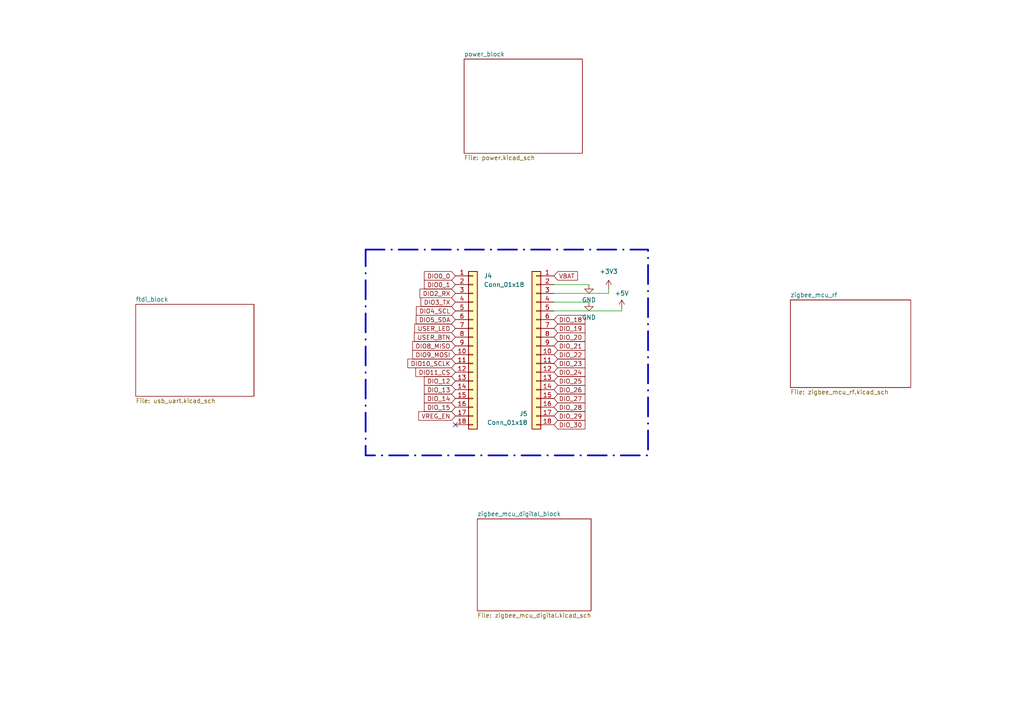
<source format=kicad_sch>
(kicad_sch (version 20230121) (generator eeschema)
  (paper "A4")
  (title_block (title "CC2652 Zigbee Coordinator/Breakout") (date "2023-12-29") (rev "v1") (company "Electrodonkey 2023") (comment 1 "MIT Licence"))
  (lib_symbols
    (symbol "Connector_Generic:Conn_01x18" (pin_names (offset 1.016) hide)
      (property "Reference" "J" (at 0 22.86 0))
      (property "Value" "Conn_01x18" (at 0 -25.4 0))
      (symbol "Conn_01x18_1_1"
        (rectangle (start -1.27 -22.733) (end 0 -22.987) (stroke (width 0.1524)))
        (rectangle (start -1.27 -20.193) (end 0 -20.447) (stroke (width 0.1524)))
        (rectangle (start -1.27 -17.653) (end 0 -17.907) (stroke (width 0.1524)))
        (rectangle (start -1.27 -15.113) (end 0 -15.367) (stroke (width 0.1524)))
        (rectangle (start -1.27 -12.573) (end 0 -12.827) (stroke (width 0.1524)))
        (rectangle (start -1.27 -10.033) (end 0 -10.287) (stroke (width 0.1524)))
        (rectangle (start -1.27 -7.493) (end 0 -7.747) (stroke (width 0.1524)))
        (rectangle (start -1.27 -4.953) (end 0 -5.207) (stroke (width 0.1524)))
        (rectangle (start -1.27 -2.413) (end 0 -2.667) (stroke (width 0.1524)))
        (rectangle (start -1.27 0.127) (end 0 -0.127) (stroke (width 0.1524)))
        (rectangle (start -1.27 2.667) (end 0 2.413) (stroke (width 0.1524)))
        (rectangle (start -1.27 5.207) (end 0 4.953) (stroke (width 0.1524)))
        (rectangle (start -1.27 7.747) (end 0 7.493) (stroke (width 0.1524)))
        (rectangle (start -1.27 10.287) (end 0 10.033) (stroke (width 0.1524)))
        (rectangle (start -1.27 12.827) (end 0 12.573) (stroke (width 0.1524)))
        (rectangle (start -1.27 15.367) (end 0 15.113) (stroke (width 0.1524)))
        (rectangle (start -1.27 17.907) (end 0 17.653) (stroke (width 0.1524)))
        (rectangle (start -1.27 20.447) (end 0 20.193) (stroke (width 0.1524)))
        (rectangle (start -1.27 21.59) (end 1.27 -24.13) (stroke (width 0.254)) (fill (type background)))
        (pin passive line (at -5.08 20.32 0) (length 3.81) (name "Pin_1") (number "1"))
        (pin passive line (at -5.08 -2.54 0) (length 3.81) (name "Pin_10") (number "10"))
        (pin passive line (at -5.08 -5.08 0) (length 3.81) (name "Pin_11") (number "11"))
        (pin passive line (at -5.08 -7.62 0) (length 3.81) (name "Pin_12") (number "12"))
        (pin passive line (at -5.08 -10.16 0) (length 3.81) (name "Pin_13") (number "13"))
        (pin passive line (at -5.08 -12.7 0) (length 3.81) (name "Pin_14") (number "14"))
        (pin passive line (at -5.08 -15.24 0) (length 3.81) (name "Pin_15") (number "15"))
        (pin passive line (at -5.08 -17.78 0) (length 3.81) (name "Pin_16") (number "16"))
        (pin passive line (at -5.08 -20.32 0) (length 3.81) (name "Pin_17") (number "17"))
        (pin passive line (at -5.08 -22.86 0) (length 3.81) (name "Pin_18") (number "18"))
        (pin passive line (at -5.08 17.78 0) (length 3.81) (name "Pin_2") (number "2"))
        (pin passive line (at -5.08 15.24 0) (length 3.81) (name "Pin_3") (number "3"))
        (pin passive line (at -5.08 12.7 0) (length 3.81) (name "Pin_4") (number "4"))
        (pin passive line (at -5.08 10.16 0) (length 3.81) (name "Pin_5") (number "5"))
        (pin passive line (at -5.08 7.62 0) (length 3.81) (name "Pin_6") (number "6"))
        (pin passive line (at -5.08 5.08 0) (length 3.81) (name "Pin_7") (number "7"))
        (pin passive line (at -5.08 2.54 0) (length 3.81) (name "Pin_8") (number "8"))
        (pin passive line (at -5.08 0 0) (length 3.81) (name "Pin_9") (number "9"))
      )
    )
    (symbol "power:+3V3" (power) (pin_names (offset 0))
      (property "Value" "+3V3" (at 0 3.556 0))
      (symbol "+3V3_0_1"
        (polyline (pts (xy -0.762 1.27) (xy 0 2.54)))
        (polyline (pts (xy 0 0) (xy 0 2.54)))
        (polyline (pts (xy 0 2.54) (xy 0.762 1.27)))
      )
      (symbol "+3V3_1_1"
        (pin power_in line (at 0 0 90) (length 0) hide (name "+3V3") (number "1"))
      )
    )
    (symbol "power:+5V" (power) (pin_names (offset 0))
      (property "Value" "+5V" (at 0 3.556 0))
      (symbol "+5V_0_1"
        (polyline (pts (xy -0.762 1.27) (xy 0 2.54)))
        (polyline (pts (xy 0 0) (xy 0 2.54)))
        (polyline (pts (xy 0 2.54) (xy 0.762 1.27)))
      )
      (symbol "+5V_1_1"
        (pin power_in line (at 0 0 90) (length 0) hide (name "+5V") (number "1"))
      )
    )
    (symbol "power:GND" (power) (pin_names (offset 0))
      (property "Value" "GND" (at 0 -3.81 0))
      (symbol "GND_0_1"
        (polyline (pts (xy 0 0) (xy 0 -1.27) (xy 1.27 -1.27) (xy 0 -2.54) (xy -1.27 -1.27) (xy 0 -1.27)))
      )
      (symbol "GND_1_1"
        (pin power_in line (at 0 0 270) (length 0) hide (name "GND") (number "1"))
      )
    )
  )
  (no_connect (at 132.08 123.19))
  (wire (pts (xy 176.53 83.82) (xy 176.53 85.09)))
  (wire (pts (xy 160.655 82.55) (xy 170.815 82.55)))
  (wire (pts (xy 160.655 85.09) (xy 176.53 85.09)))
  (wire (pts (xy 160.655 90.17) (xy 180.34 90.17)))
  (wire (pts (xy 180.34 89.535) (xy 180.34 90.17)))
  (wire (pts (xy 160.655 87.63) (xy 170.815 87.63)))
  (rectangle (start 106.045 72.39) (end 187.96 132.08) (stroke (width 0.5) (type dash_dot)))
  (global_label "DIO_14" (shape input) (at 132.08 115.57 180) (property "Intersheetrefs" "${INTERSHEET_REFS}" (effects hide)))
  (global_label "DIO_27" (shape input) (at 160.655 115.57 0) (property "Intersheetrefs" "${INTERSHEET_REFS}" (effects hide)))
  (global_label "USER_LED" (shape input) (at 132.08 95.25 180) (property "Intersheetrefs" "${INTERSHEET_REFS}" (effects hide)))
  (global_label "DIO2_RX" (shape input) (at 132.08 85.09 180) (property "Intersheetrefs" "${INTERSHEET_REFS}" (effects hide)))
  (global_label "DIO3_TX" (shape input) (at 132.08 87.63 180) (property "Intersheetrefs" "${INTERSHEET_REFS}" (effects hide)))
  (global_label "VBAT" (shape input) (at 160.655 80.01 0) (property "Intersheetrefs" "${INTERSHEET_REFS}" (effects hide)))
  (global_label "DIO_24" (shape input) (at 160.655 107.95 0) (property "Intersheetrefs" "${INTERSHEET_REFS}" (effects hide)))
  (global_label "DIO_18" (shape input) (at 160.655 92.71 0) (property "Intersheetrefs" "${INTERSHEET_REFS}" (effects hide)))
  (global_label "DIO_29" (shape input) (at 160.655 120.65 0) (property "Intersheetrefs" "${INTERSHEET_REFS}" (effects hide)))
  (global_label "VREG_EN" (shape input) (at 132.08 120.65 180) (property "Intersheetrefs" "${INTERSHEET_REFS}" (effects hide)))
  (global_label "DIO_19" (shape input) (at 160.655 95.25 0) (property "Intersheetrefs" "${INTERSHEET_REFS}" (effects hide)))
  (global_label "DIO_30" (shape input) (at 160.655 123.19 0) (property "Intersheetrefs" "${INTERSHEET_REFS}" (effects hide)))
  (global_label "DIO0_0" (shape input) (at 132.08 80.01 180) (property "Intersheetrefs" "${INTERSHEET_REFS}" (effects hide)))
  (global_label "DIO0_1" (shape input) (at 132.08 82.55 180) (property "Intersheetrefs" "${INTERSHEET_REFS}" (effects hide)))
  (global_label "DIO4_SCL" (shape input) (at 132.08 90.17 180) (property "Intersheetrefs" "${INTERSHEET_REFS}" (effects hide)))
  (global_label "DIO5_SDA" (shape input) (at 132.08 92.71 180) (property "Intersheetrefs" "${INTERSHEET_REFS}" (effects hide)))
  (global_label "DIO_28" (shape input) (at 160.655 118.11 0) (property "Intersheetrefs" "${INTERSHEET_REFS}" (effects hide)))
  (global_label "DIO_21" (shape input) (at 160.655 100.33 0) (property "Intersheetrefs" "${INTERSHEET_REFS}" (effects hide)))
  (global_label "DIO_12" (shape input) (at 132.08 110.49 180) (property "Intersheetrefs" "${INTERSHEET_REFS}" (effects hide)))
  (global_label "DIO_25" (shape input) (at 160.655 110.49 0) (property "Intersheetrefs" "${INTERSHEET_REFS}" (effects hide)))
  (global_label "USER_BTN" (shape input) (at 132.08 97.79 180) (property "Intersheetrefs" "${INTERSHEET_REFS}" (effects hide)))
  (global_label "DIO8_MISO" (shape input) (at 132.08 100.33 180) (property "Intersheetrefs" "${INTERSHEET_REFS}" (effects hide)))
  (global_label "DIO10_SCLK" (shape input) (at 132.08 105.41 180) (property "Intersheetrefs" "${INTERSHEET_REFS}" (effects hide)))
  (global_label "DIO11_CS" (shape input) (at 132.08 107.95 180) (property "Intersheetrefs" "${INTERSHEET_REFS}" (effects hide)))
  (global_label "DIO_13" (shape input) (at 132.08 113.03 180) (property "Intersheetrefs" "${INTERSHEET_REFS}" (effects hide)))
  (global_label "DIO_15" (shape input) (at 132.08 118.11 180) (property "Intersheetrefs" "${INTERSHEET_REFS}" (effects hide)))
  (global_label "DIO_22" (shape input) (at 160.655 102.87 0) (property "Intersheetrefs" "${INTERSHEET_REFS}" (effects hide)))
  (global_label "DIO_20" (shape input) (at 160.655 97.79 0) (property "Intersheetrefs" "${INTERSHEET_REFS}" (effects hide)))
  (global_label "DIO9_MOSI" (shape input) (at 132.08 102.87 180) (property "Intersheetrefs" "${INTERSHEET_REFS}" (effects hide)))
  (global_label "DIO_23" (shape input) (at 160.655 105.41 0) (property "Intersheetrefs" "${INTERSHEET_REFS}" (effects hide)))
  (global_label "DIO_26" (shape input) (at 160.655 113.03 0) (property "Intersheetrefs" "${INTERSHEET_REFS}" (effects hide)))
  (symbol (lib_id "Connector_Generic:Conn_01x18") (at 155.575 100.33 0) (mirror y) (unit 1)
    (property "Reference" "J5" (at 153.035 120.015 0) (effects (justify left)))
    (property "Value" "Conn_01x18" (at 153.035 122.555 0) (effects (justify left)))
    (property "Footprint" "Connector_PinHeader_2.54mm:PinHeader_1x18_P2.54mm_Vertical" (effects hide))
  )
  (symbol (lib_id "power:GND") (at 170.815 82.55 0) (unit 1)
    (property "Reference" "#PWR052" (effects hide))
    (property "Value" "GND" (at 170.815 86.995 0))
  )
  (symbol (lib_id "power:GND") (at 170.815 87.63 0) (unit 1)
    (property "Reference" "#PWR054" (effects hide))
    (property "Value" "GND" (at 170.815 92.075 0))
  )
  (symbol (lib_id "Connector_Generic:Conn_01x18") (at 137.16 100.33 0) (unit 1)
    (property "Reference" "J4" (at 140.335 80.01 0) (effects (justify left)))
    (property "Value" "Conn_01x18" (at 140.335 82.55 0) (effects (justify left)))
    (property "Footprint" "Connector_PinHeader_2.54mm:PinHeader_1x18_P2.54mm_Vertical" (effects hide))
  )
  (symbol (lib_id "power:+5V") (at 180.34 89.535 0) (unit 1)
    (property "Reference" "#PWR055" (effects hide))
    (property "Value" "+5V" (at 180.34 85.09 0))
  )
  (symbol (lib_id "power:+3V3") (at 176.53 83.82 0) (unit 1)
    (property "Reference" "#PWR053" (effects hide))
    (property "Value" "+3V3" (at 176.53 78.74 0))
  )
  (sheet (at 229.235 86.995) (size 34.925 25.4) (stroke (width 0.1524))
    (property "Sheetname" "zigbee_mcu_rf" (at 229.235 86.2834 0) (effects (justify left bottom)))
    (property "Sheetfile" "zigbee_mcu_rf.kicad_sch" (at 229.235 112.9796 0) (effects (justify left top)))
  )
  (sheet (at 39.37 88.265) (size 34.29 26.67) (stroke (width 0.1524))
    (property "Sheetname" "ftdi_block" (at 39.37 87.5534 0) (effects (justify left bottom)))
    (property "Sheetfile" "usb_uart.kicad_sch" (at 39.37 115.5196 0) (effects (justify left top)))
  )
  (sheet (at 134.62 17.145) (size 34.29 27.305) (stroke (width 0.1524))
    (property "Sheetname" "power_block" (at 134.62 16.4334 0) (effects (justify left bottom)))
    (property "Sheetfile" "power.kicad_sch" (at 134.62 45.0346 0) (effects (justify left top)))
  )
  (sheet (at 138.43 150.495) (size 33.02 26.67) (stroke (width 0.1524))
    (property "Sheetname" "zigbee_mcu_digital_block" (at 138.43 149.7834 0) (effects (justify left bottom)))
    (property "Sheetfile" "zigbee_mcu_digital.kicad_sch" (at 138.43 177.7496 0) (effects (justify left top)))
  )
)
</source>
